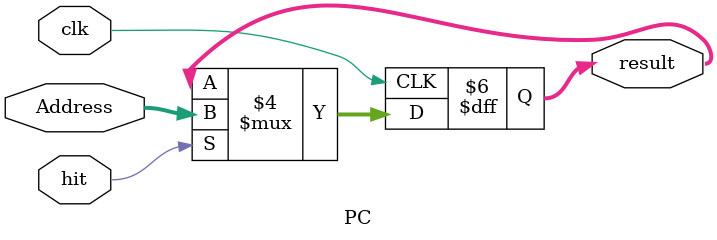
<source format=v>
`timescale 1ns / 1ps


module PC(
	input [31:0]Address,
	input clk , hit,
	
	output reg [31:0]result
    );
	 
	 always@(posedge clk)
	 begin
		if(hit == 1)
			result = Address;
	 end

endmodule

</source>
